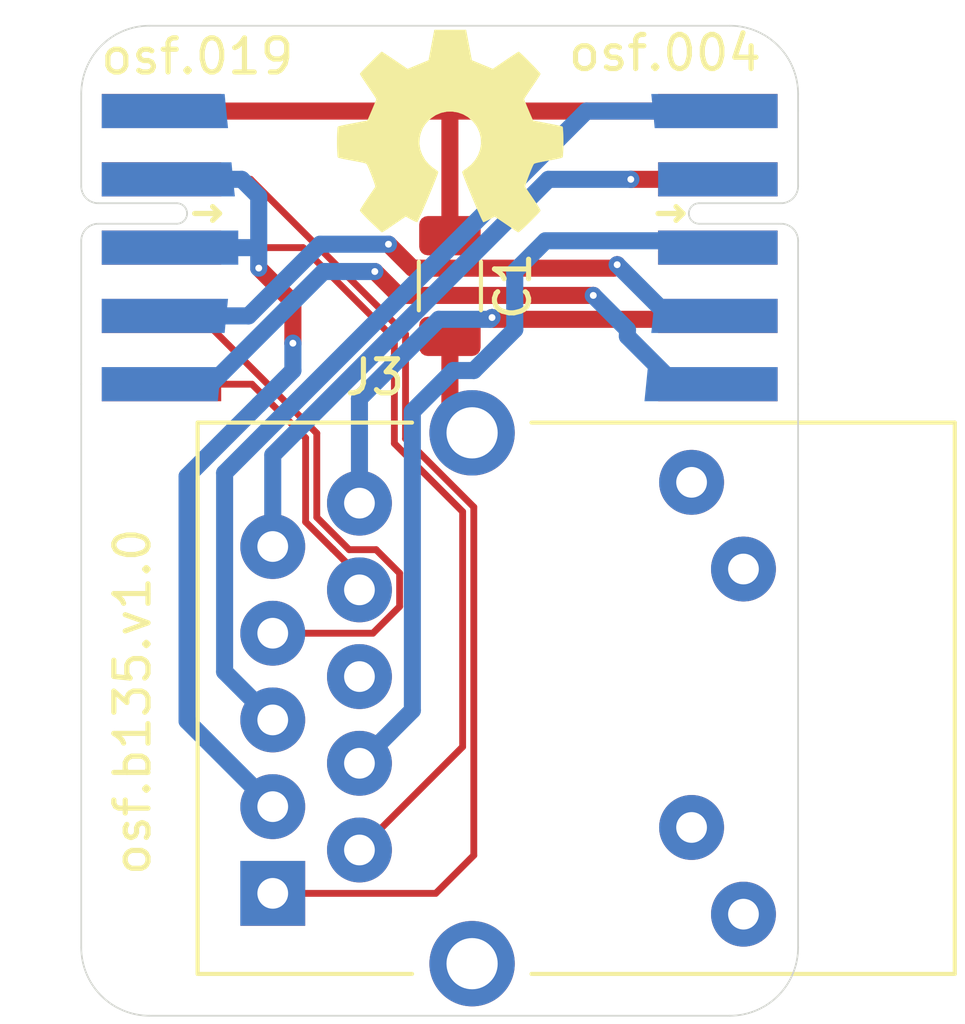
<source format=kicad_pcb>
(kicad_pcb (version 20221018) (generator pcbnew)
  (layers (0 "F.Cu" signal) (31 "B.Cu" signal) (34 "B.Paste" user) (35 "F.Paste" user) (36 "B.SilkS" user "B.Silkscreen") (37 "F.SilkS" user "F.Silkscreen") (38 "B.Mask" user) (39 "F.Mask" user) (44 "Edge.Cuts" user))
  (net 0 "")
  (net 1 "Net-(C1-Pad1)")
  (net 2 "/magjack/SH")
  (net 3 "/magjack/TX+")
  (net 4 "/magjack/TX-")
  (net 5 "/magjack/RX+")
  (net 6 "/magjack/RX-")
  (net 7 "/magjack/CT")
  (net 8 "Net-(J1-Pad9)")
  (net 9 "Net-(J1-Pad10)")
  (net 10 "/magjack/CT1")
  (net 11 "/magjack/CT2")
  (net 12 "/magjack/CT3")
  (net 13 "/magjack/CT4")
  (net 14 "/magjack/LED_1_A")
  (net 15 "/magjack/LED_1_C")
  (net 16 "/magjack/LED_2_A")
  (net 17 "/magjack/LED_2_C")
  (footprint "on_edge:on_edge_2x05_device" (layer "F.Cu") (at 140 96.5 -90)
    (fp_text reference "J1")
    (fp_text value "019_100BASE-T_with_CT")
    (fp_line (start -1.2 -3.85) (end -1 -4.05) (stroke (width 0.153)) (layer "F.SilkS"))
    (fp_line (start -1 -4.05) (end -1 -3.323) (stroke (width 0.153)) (layer "F.SilkS"))
    (fp_line (start -1 -4.05) (end -0.8 -3.85) (stroke (width 0.153)) (layer "F.SilkS"))
    (fp_line (start -4 0) (end -1.8 0) (stroke (width 0.05)) (layer "Edge.Cuts"))
    (fp_line (start -1.3 -2.8) (end -1.3 -0.5) (stroke (width 0.05)) (layer "Edge.Cuts"))
    (fp_line (start -0.7 -0.5) (end -0.7 -2.8) (stroke (width 0.05)) (layer "Edge.Cuts"))
    (fp_line (start -0.2 0) (end 4 0) (stroke (width 0.05)) (layer "Edge.Cuts"))
    (fp_arc (start -1.3 -2.8) (mid -1 -3.1) (end -0.7 -2.8) (stroke (width 0.05)) (layer "Edge.Cuts"))
    (fp_arc (start -1.3 -0.5) (mid -1.446447 -0.146447) (end -1.8 0) (stroke (width 0.05)) (layer "Edge.Cuts"))
    (fp_arc (start -0.2 0) (mid -0.553553 -0.146447) (end -0.7 -0.5) (stroke (width 0.05)) (layer "Edge.Cuts"))
    (pad "1" smd rect (at -4 -2.35 90) (size 1 3.5) (layers "F.Cu" "F.Mask") (net 1 "Net-(C1-Pad1)"))
    (pad "2" smd rect (at -2 -2.35 270) (size 1 3.5) (layers "F.Cu" "F.Mask") (net 3 "/magjack/TX+"))
    (pad "3" smd rect (at 0 -2.35 270) (size 1 3.5) (layers "F.Cu" "F.Mask") (net 4 "/magjack/TX-"))
    (pad "4" smd rect (at 2 -2.35 90) (size 1 3.5) (layers "F.Cu" "F.Mask") (net 5 "/magjack/RX+"))
    (pad "5" smd rect (at 4 -2.35 90) (size 1 3.5) (layers "F.Cu" "F.Mask") (net 6 "/magjack/RX-"))
    (pad "6" smd custom (at -4 -2.4 270) (size 1 3.6) (layers "B.Cu" "B.Mask") (net 1 "Net-(C1-Pad1)") (options (clearance outline) (anchor rect)) (primitives (gr_poly (pts (xy 0.5 -1.8) (xy 0.5 -1.9) (xy -0.5 -1.8)) (width 0) (fill yes))))
    (pad "7" smd custom (at -2 -2.1 270) (size 1 3) (layers "B.Cu" "B.Mask") (net 7 "/magjack/CT") (options (clearance outline) (anchor rect)) (primitives (gr_poly (pts (xy 0.3 -0.51) (xy 0.31 -0.62) (xy 0.33 -0.7) (xy 0.35 -0.76) (xy 0.37 -0.81) (xy 0.4 -0.86) (xy 0.44 -0.92) (xy 0.48 -0.97) (xy 0.5 -0.99) (xy 0.5 -2.4) (xy -0.5 -2.3) (xy -0.5 1.5) (xy 0.3 1.5)) (width 0) (fill yes))))
    (pad "8" smd rect (at 0 -2.6 270) (size 1 4) (layers "B.Cu" "B.Mask") (net 7 "/magjack/CT"))
    (pad "9" smd custom (at 2 -2.4 270) (size 1 3.6) (layers "B.Cu" "B.Mask") (net 8 "Net-(J1-Pad9)") (options (clearance outline) (anchor rect)) (primitives (gr_poly (pts (xy -0.5 -1.8) (xy -0.5 -1.9) (xy 0.5 -1.8)) (width 0) (fill yes))))
    (pad "10" smd custom (at 4 -2.3 270) (size 1 3.4) (layers "B.Cu" "B.Mask") (net 9 "Net-(J1-Pad10)") (options (clearance outline) (anchor rect)) (primitives (gr_poly (pts (xy -0.5 -1.7) (xy -0.5 -1.8) (xy 0.5 -1.7)) (width 0) (fill yes))))
  )
  (footprint "on_edge:on_edge_2x05_host" (layer "F.Cu") (at 161 96.5 -90)
    (fp_text reference "J2")
    (fp_text value "004_BASE-T_CT")
    (fp_line (start -1 3.373) (end -1.2 3.573) (stroke (width 0.153)) (layer "F.SilkS"))
    (fp_line (start -1 4.1) (end -1 3.373) (stroke (width 0.153)) (layer "F.SilkS"))
    (fp_line (start -0.8 3.573) (end -1 3.373) (stroke (width 0.153)) (layer "F.SilkS"))
    (fp_line (start -4 0) (end -1.8 0) (stroke (width 0.05)) (layer "Edge.Cuts"))
    (fp_line (start -1.3 0.5) (end -1.3 2.9) (stroke (width 0.05)) (layer "Edge.Cuts"))
    (fp_line (start -0.7 2.9) (end -0.7 0.5) (stroke (width 0.05)) (layer "Edge.Cuts"))
    (fp_line (start -0.2 0) (end 4 0) (stroke (width 0.05)) (layer "Edge.Cuts"))
    (fp_arc (start -1.8 0) (mid -1.446447 0.146447) (end -1.3 0.5) (stroke (width 0.05)) (layer "Edge.Cuts"))
    (fp_arc (start -0.7 0.5) (mid -0.553553 0.146447) (end -0.2 0) (stroke (width 0.05)) (layer "Edge.Cuts"))
    (fp_arc (start -0.7 2.9) (mid -1 3.2) (end -1.3 2.9) (stroke (width 0.05)) (layer "Edge.Cuts"))
    (pad "1" smd rect (at -4 2.35 270) (size 1 3.5) (layers "F.Cu" "F.Mask") (net 1 "Net-(C1-Pad1)"))
    (pad "2" smd rect (at -2 2.35 270) (size 1 3.5) (layers "F.Cu" "F.Mask") (net 10 "/magjack/CT1"))
    (pad "3" smd rect (at 0 2.35 270) (size 1 3.5) (layers "F.Cu" "F.Mask"))
    (pad "4" smd rect (at 2 2.35 270) (size 1 3.5) (layers "F.Cu" "F.Mask") (net 11 "/magjack/CT2"))
    (pad "5" smd rect (at 4 2.35 270) (size 1 3.5) (layers "F.Cu" "F.Mask"))
    (pad "6" smd custom (at -4 2.4 90) (size 1 3.6) (layers "B.Cu" "B.Mask") (net 12 "/magjack/CT3") (options (clearance outline) (anchor rect)) (primitives (gr_poly (pts (xy 0.5 -1.8) (xy -0.5 -1.8) (xy 0.5 -1.9)) (width 0) (fill yes))))
    (pad "7" smd rect (at -2 2.35 90) (size 1 3.5) (layers "B.Cu" "B.Mask"))
    (pad "8" smd rect (at 0 2.35 90) (size 1 3.5) (layers "B.Cu" "B.Mask") (net 13 "/magjack/CT4"))
    (pad "9" smd custom (at 2 2.4 90) (size 1 3.6) (layers "B.Cu" "B.Mask") (net 8 "Net-(J1-Pad9)") (options (clearance outline) (anchor rect)) (primitives (gr_poly (pts (xy 0.5 -1.8) (xy -0.5 -1.8) (xy -0.5 -1.9)) (width 0) (fill yes))))
    (pad "10" smd custom (at 4 2.5 90) (size 1 3.8) (layers "B.Cu" "B.Mask") (net 9 "Net-(J1-Pad10)") (options (clearance outline) (anchor rect)) (primitives (gr_poly (pts (xy 0.5 -1.9) (xy -0.5 -1.9) (xy -0.5 -2)) (width 0) (fill yes))))
  )
  (footprint "Symbol:OSHW-Symbol_6.7x6mm_SilkScreen" (layer "F.Cu") (at 150.8 93.1)
    (fp_text reference "LOGO1" hide)
    (fp_text value "Logo_Open_Hardware_Small" hide)
    (fp_poly (pts (xy 0.555814 -2.531069) (xy 0.639635 -2.086445) (xy 0.94892 -1.958947) (xy 1.258206 -1.831449) (xy 1.629246 -2.083754) (xy 1.733157 -2.154004) (xy 1.827087 -2.216728) (xy 1.906652 -2.269062) (xy 1.96747 -2.308143) (xy 2.005157 -2.331107) (xy 2.015421 -2.336058) (xy 2.03391 -2.323324) (xy 2.07342 -2.288118) (xy 2.129522 -2.234938) (xy 2.197787 -2.168282) (xy 2.273786 -2.092646) (xy 2.353092 -2.012528) (xy 2.431275 -1.932426) (xy 2.503907 -1.856836) (xy 2.566559 -1.790255) (xy 2.614803 -1.737182) (xy 2.64421 -1.702113) (xy 2.651241 -1.690377) (xy 2.641123 -1.66874) (xy 2.612759 -1.621338) (xy 2.569129 -1.552807) (xy 2.513218 -1.467785) (xy 2.448006 -1.370907) (xy 2.410219 -1.31565) (xy 2.341343 -1.214752) (xy 2.28014 -1.123701) (xy 2.229578 -1.04703) (xy 2.192628 -0.989272) (xy 2.172258 -0.954957) (xy 2.169197 -0.947746) (xy 2.176136 -0.927252) (xy 2.195051 -0.879487) (xy 2.223087 -0.811168) (xy 2.257391 -0.729011) (xy 2.295109 -0.63973) (xy 2.333387 -0.550042) (xy 2.36937 -0.466662) (xy 2.400206 -0.396306) (xy 2.423039 -0.34569) (xy 2.435017 -0.321529) (xy 2.435724 -0.320578) (xy 2.454531 -0.315964) (xy 2.504618 -0.305672) (xy 2.580793 -0.290713) (xy 2.677865 -0.272099) (xy 2.790643 -0.250841) (xy 2.856442 -0.238582) (xy 2.97695 -0.215638) (xy 3.085797 -0.193805) (xy 3.177476 -0.174278) (xy 3.246481 -0.158252) (xy 3.287304 -0.146921) (xy 3.295511 -0.143326) (xy 3.303548 -0.118994) (xy 3.310033 -0.064041) (xy 3.31497 0.015108) (xy 3.318364 0.112026) (xy 3.320218 0.220287) (xy 3.320538 0.333465) (xy 3.319327 0.445135) (xy 3.31659 0.548868) (xy 3.312331 0.638241) (xy 3.306555 0.706826) (xy 3.299267 0.748197) (xy 3.294895 0.75681) (xy 3.268764 0.767133) (xy 3.213393 0.781892) (xy 3.136107 0.799352) (xy 3.04423 0.81778) (xy 3.012158 0.823741) (xy 2.857524 0.852066) (xy 2.735375 0.874876) (xy 2.641673 0.89308) (xy 2.572384 0.907583) (xy 2.523471 0.919292) (xy 2.490897 0.929115) (xy 2.470628 0.937956) (xy 2.458626 0.946724) (xy 2.456947 0.948457) (xy 2.440184 0.976371) (xy 2.414614 1.030695) (xy 2.382788 1.104777) (xy 2.34726 1.191965) (xy 2.310583 1.285608) (xy 2.275311 1.379052) (xy 2.243996 1.465647) (xy 2.219193 1.53874) (xy 2.203454 1.591678) (xy 2.199332 1.617811) (xy 2.199676 1.618726) (xy 2.213641 1.640086) (xy 2.245322 1.687084) (xy 2.291391 1.754827) (xy 2.348518 1.838423) (xy 2.413373 1.932982) (xy 2.431843 1.959854) (xy 2.497699 2.057275) (xy 2.55565 2.146163) (xy 2.602538 2.221412) (xy 2.635207 2.27792) (xy 2.6505 2.310581) (xy 2.651241 2.314593) (xy 2.638392 2.335684) (xy 2.602888 2.377464) (xy 2.549293 2.435445) (xy 2.482171 2.505135) (xy 2.406087 2.582045) (xy 2.325604 2.661683) (xy 2.245287 2.739561) (xy 2.169699 2.811186) (xy 2.103405 2.87207) (xy 2.050969 2.917721) (xy 2.016955 2.94365) (xy 2.007545 2.947883) (xy 1.985643 2.937912) (xy 1.9408 2.91102) (xy 1.880321 2.871736) (xy 1.833789 2.840117) (xy 1.749475 2.782098) (xy 1.649626 2.713784) (xy 1.549473 2.645579) (xy 1.495627 2.609075) (xy 1.313371 2.4858) (xy 1.160381 2.56852) (xy 1.090682 2.604759) (xy 1.031414 2.632926) (xy 0.991311 2.648991) (xy 0.981103 2.651226) (xy 0.968829 2.634722) (xy 0.944613 2.588082) (xy 0.910263 2.515609) (xy 0.867588 2.421606) (xy 0.818394 2.310374) (xy 0.76449 2.186215) (xy 0.707684 2.053432) (xy 0.649782 1.916327) (xy 0.592593 1.779202) (xy 0.537924 1.646358) (xy 0.487584 1.522098) (xy 0.44338 1.410725) (xy 0.407119 1.316539) (xy 0.380609 1.243844) (xy 0.365658 1.196941) (xy 0.363254 1.180833) (xy 0.382311 1.160286) (xy 0.424036 1.126933) (xy 0.479706 1.087702) (xy 0.484378 1.084599) (xy 0.628264 0.969423) (xy 0.744283 0.835053) (xy 0.83143 0.685784) (xy 0.888699 0.525913) (xy 0.915086 0.359737) (xy 0.909585 0.191552) (xy 0.87119 0.025655) (xy 0.798895 -0.133658) (xy 0.777626 -0.168513) (xy 0.666996 -0.309263) (xy 0.536302 -0.422286) (xy 0.390064 -0.506997) (xy 0.232808 -0.562806) (xy 0.069057 -0.589126) (xy -0.096667 -0.58537) (xy -0.259838 -0.55095) (xy -0.415935 -0.485277) (xy -0.560433 -0.387765) (xy -0.605131 -0.348187) (xy -0.718888 -0.224297) (xy -0.801782 -0.093876) (xy -0.858644 0.052315) (xy -0.890313 0.197088) (xy -0.898131 0.35986) (xy -0.872062 0.52344) (xy -0.814755 0.682298) (xy -0.728856 0.830906) (xy -0.617014 0.963735) (xy -0.481877 1.075256) (xy -0.464117 1.087011) (xy -0.40785 1.125508) (xy -0.365077 1.158863) (xy -0.344628 1.18016) (xy -0.344331 1.180833) (xy -0.348721 1.203871) (xy -0.366124 1.256157) (xy -0.394732 1.33339) (xy -0.432735 1.431268) (xy -0.478326 1.545491) (xy -0.529697 1.671758) (xy -0.585038 1.805767) (xy -0.642542 1.943218) (xy -0.700399 2.079808) (xy -0.756802 2.211237) (xy -0.809942 2.333205) (xy -0.85801 2.441409) (xy -0.899199 2.531549) (xy -0.931699 2.599323) (xy -0.953703 2.64043) (xy -0.962564 2.651226) (xy -0.98964 2.642819) (xy -1.040303 2.620272) (xy -1.105817 2.587613) (xy -1.141841 2.56852) (xy -1.294832 2.4858) (xy -1.477088 2.609075) (xy -1.570125 2.672228) (xy -1.671985 2.741727) (xy -1.767438 2.807165) (xy -1.81525 2.840117) (xy -1.882495 2.885273) (xy -1.939436 2.921057) (xy -1.978646 2.942938) (xy -1.991381 2.947563) (xy -2.009917 2.935085) (xy -2.050941 2.900252) (xy -2.110475 2.846678) (xy -2.184542 2.777983) (xy -2.269165 2.697781) (xy -2.322685 2.646286) (xy -2.416319 2.554286) (xy -2.497241 2.471999) (xy -2.562177 2.402945) (xy -2.607858 2.350644) (xy -2.631011 2.318616) (xy -2.633232 2.312116) (xy -2.622924 2.287394) (xy -2.594439 2.237405) (xy -2.550937 2.167212) (xy -2.495577 2.081875) (xy -2.43152 1.986456) (xy -2.413303 1.959854) (xy -2.346927 1.863167) (xy -2.287378 1.776117) (xy -2.237984 1.703595) (xy -2.202075 1.650493) (xy -2.182981 1.621703) (xy -2.181136 1.618726) (xy -2.183895 1.595782) (xy -2.198538 1.545336) (xy -2.222513 1.474041) (xy -2.253266 1.388547) (xy -2.288244 1.295507) (xy -2.324893 1.201574) (xy -2.360661 1.113399) (xy -2.392994 1.037634) (xy -2.419338 0.980931) (xy -2.437142 0.949943) (xy -2.438407 0.948457) (xy -2.449294 0.939601) (xy -2.467682 0.930843) (xy -2.497606 0.921277) (xy -2.543103 0.909996) (xy -2.608209 0.896093) (xy -2.696961 0.878663) (xy -2.813393 0.856798) (xy -2.961542 0.829591) (xy -2.993618 0.823741) (xy -3.088686 0.805374) (xy -3.171565 0.787405) (xy -3.23493 0.771569) (xy -3.271458 0.7596) (xy -3.276356 0.75681) (xy -3.284427 0.732072) (xy -3.290987 0.67679) (xy -3.296033 0.597389) (xy -3.299559 0.500296) (xy -3.301561 0.391938) (xy -3.302036 0.27874) (xy -3.300977 0.167128) (xy -3.298382 0.063529) (xy -3.294246 -0.025632) (xy -3.288563 -0.093928) (xy -3.281331 -0.134934) (xy -3.276971 -0.143326) (xy -3.252698 -0.151792) (xy -3.197426 -0.165565) (xy -3.116662 -0.18345) (xy -3.015912 -0.204252) (xy -2.900683 -0.226777) (xy -2.837902 -0.238582) (xy -2.718787 -0.260849) (xy -2.612565 -0.281021) (xy -2.524427 -0.298085) (xy -2.459566 -0.311031) (xy -2.423174 -0.318845) (xy -2.417184 -0.320578) (xy -2.407061 -0.34011) (xy -2.385662 -0.387157) (xy -2.355839 -0.454997) (xy -2.320445 -0.536909) (xy -2.282332 -0.626172) (xy -2.244353 -0.716065) (xy -2.20936 -0.799865) (xy -2.180206 -0.870853) (xy -2.159743 -0.922306) (xy -2.150823 -0.947503) (xy -2.150657 -0.948604) (xy -2.160769 -0.968481) (xy -2.189117 -1.014223) (xy -2.232723 -1.081283) (xy -2.288606 -1.165116) (xy -2.353787 -1.261174) (xy -2.391679 -1.31635) (xy -2.460725 -1.417519) (xy -2.52205 -1.50937) (xy -2.572663 -1.587256) (xy -2.609571 -1.646531) (xy -2.629782 -1.682549) (xy -2.632701 -1.690623) (xy -2.620153 -1.709416) (xy -2.585463 -1.749543) (xy -2.533063 -1.806507) (xy -2.467384 -1.875815) (xy -2.392856 -1.952969) (xy -2.313913 -2.033475) (xy -2.234983 -2.112837) (xy -2.1605 -2.18656) (xy -2.094894 -2.250148) (xy -2.042596 -2.299106) (xy -2.008039 -2.328939) (xy -1.996478 -2.336058) (xy -1.977654 -2.326047) (xy -1.932631 -2.297922) (xy -1.865787 -2.254546) (xy -1.781499 -2.198782) (xy -1.684144 -2.133494) (xy -1.610707 -2.083754) (xy -1.239667 -1.831449) (xy -0.621095 -2.086445) (xy -0.537275 -2.531069) (xy -0.453454 -2.975693) (xy 0.471994 -2.975693) (xy 0.555814 -2.531069)) (stroke (width 0.01)) (fill solid) (layer "F.SilkS"))
  )
  (footprint "Capacitor_SMD:C_1206_3216Metric" (layer "F.Cu") (at 150.8 97.625 -90)
    (fp_text reference "C1" (at 0 -1.85 90) (layer "F.SilkS"))
    (fp_text value "d.n.p")
    (fp_line (start -0.711252 -0.91) (end 0.711252 -0.91) (stroke (width 0.12)) (layer "F.SilkS"))
    (fp_line (start -0.711252 0.91) (end 0.711252 0.91) (stroke (width 0.12)) (layer "F.SilkS"))
    (pad "1" smd roundrect (at -1.475 0 270) (size 1.15 1.8) (layers "F.Cu" "F.Paste" "F.Mask") (roundrect_rratio 0.217391) (net 1 "Net-(C1-Pad1)"))
    (pad "2" smd roundrect (at 1.475 0 270) (size 1.15 1.8) (layers "F.Cu" "F.Paste" "F.Mask") (roundrect_rratio 0.217391) (net 2 "/magjack/SH"))
  )
  (footprint "b135:LPJ4265BDNL" (layer "F.Cu") (at 145.61 115.415 90)
    (fp_text reference "J3" (at 15.115 2.99) (layer "F.SilkS"))
    (fp_text value "LPJ4265BDNL" hide)
    (fp_line (start -2.36 -2.2) (end 13.79 -2.2) (stroke (width 0.12)) (layer "F.SilkS"))
    (fp_line (start -2.36 4.08) (end -2.36 -2.2) (stroke (width 0.12)) (layer "F.SilkS"))
    (fp_line (start -2.36 19.98) (end -2.36 7.58) (stroke (width 0.12)) (layer "F.SilkS"))
    (fp_line (start 13.79 4.08) (end 13.79 -2.2) (stroke (width 0.12)) (layer "F.SilkS"))
    (fp_line (start 13.79 19.98) (end -2.36 19.98) (stroke (width 0.12)) (layer "F.SilkS"))
    (fp_line (start 13.79 19.98) (end 13.79 7.58) (stroke (width 0.12)) (layer "F.SilkS"))
    (pad "" np_thru_hole circle (at 0 8.89 90) (size 3.25 3.25) (drill 3.25) (layers "*.Cu" "*.Mask"))
    (pad "" np_thru_hole circle (at 11.43 8.89 90) (size 3.25 3.25) (drill 3.25) (layers "*.Cu" "*.Mask"))
    (pad "1" thru_hole rect (at 0 0 90) (size 1.9 1.9) (drill 0.9) (layers "*.Cu" "*.Mask") (net 3 "/magjack/TX+"))
    (pad "2" thru_hole circle (at 1.27 2.54 90) (size 1.9 1.9) (drill 0.9) (layers "*.Cu" "*.Mask") (net 4 "/magjack/TX-"))
    (pad "3" thru_hole circle (at 2.54 0 90) (size 1.9 1.9) (drill 0.9) (layers "*.Cu" "*.Mask") (net 7 "/magjack/CT"))
    (pad "4" thru_hole circle (at 3.81 2.54 90) (size 1.9 1.9) (drill 0.9) (layers "*.Cu" "*.Mask") (net 13 "/magjack/CT4"))
    (pad "5" thru_hole circle (at 5.08 0 90) (size 1.9 1.9) (drill 0.9) (layers "*.Cu" "*.Mask") (net 12 "/magjack/CT3"))
    (pad "6" thru_hole circle (at 6.35 2.54 90) (size 1.9 1.9) (drill 0.9) (layers "*.Cu" "*.Mask"))
    (pad "7" thru_hole circle (at 7.62 0 90) (size 1.9 1.9) (drill 0.9) (layers "*.Cu" "*.Mask") (net 5 "/magjack/RX+"))
    (pad "8" thru_hole circle (at 8.89 2.54 90) (size 1.9 1.9) (drill 0.9) (layers "*.Cu" "*.Mask") (net 6 "/magjack/RX-"))
    (pad "9" thru_hole circle (at 10.16 0 90) (size 1.9 1.9) (drill 0.9) (layers "*.Cu" "*.Mask") (net 10 "/magjack/CT1"))
    (pad "10" thru_hole circle (at 11.43 2.54 90) (size 1.9 1.9) (drill 0.9) (layers "*.Cu" "*.Mask") (net 11 "/magjack/CT2"))
    (pad "11" thru_hole circle (at -0.61 13.79 90) (size 1.9 1.9) (drill 0.9) (layers "*.Cu" "*.Mask") (net 14 "/magjack/LED_1_A"))
    (pad "12" thru_hole circle (at 1.93 12.27 90) (size 1.9 1.9) (drill 0.9) (layers "*.Cu" "*.Mask") (net 15 "/magjack/LED_1_C"))
    (pad "13" thru_hole circle (at 9.5 13.79 90) (size 1.9 1.9) (drill 0.9) (layers "*.Cu" "*.Mask") (net 16 "/magjack/LED_2_A"))
    (pad "14" thru_hole circle (at 12.04 12.27 90) (size 1.9 1.9) (drill 0.9) (layers "*.Cu" "*.Mask") (net 17 "/magjack/LED_2_C"))
    (pad "SH" thru_hole circle (at -2.06 5.84 90) (size 2.5 2.5) (drill 1.5) (layers "*.Cu" "*.Mask") (net 2 "/magjack/SH"))
    (pad "SH" thru_hole circle (at 13.49 5.84 90) (size 2.5 2.5) (drill 1.5) (layers "*.Cu" "*.Mask") (net 2 "/magjack/SH"))
  )
  (gr_line (start 142 90) (end 159 90) (stroke (width 0.05)) (layer "Edge.Cuts"))
  (gr_arc (start 161 117) (mid 160.414214 118.414214) (end 159 119) (stroke (width 0.05)) (layer "Edge.Cuts"))
  (gr_line (start 159 119) (end 142 119) (stroke (width 0.05)) (layer "Edge.Cuts"))
  (gr_line (start 161 100.5) (end 161 117) (stroke (width 0.05)) (layer "Edge.Cuts"))
  (gr_arc (start 159 90) (mid 160.414214 90.585786) (end 161 92) (stroke (width 0.05)) (layer "Edge.Cuts"))
  (gr_line (start 140 92) (end 140 92.5) (stroke (width 0.05)) (layer "Edge.Cuts"))
  (gr_arc (start 142 119) (mid 140.585786 118.414214) (end 140 117) (stroke (width 0.05)) (layer "Edge.Cuts"))
  (gr_line (start 140 100.5) (end 140 117) (stroke (width 0.05)) (layer "Edge.Cuts"))
  (gr_line (start 161 92.5) (end 161 92) (stroke (width 0.05)) (layer "Edge.Cuts"))
  (gr_arc (start 140 92) (mid 140.585786 90.585786) (end 142 90) (stroke (width 0.05)) (layer "Edge.Cuts"))
  (gr_text "osf.004" (at 157.1 90.8) (layer "F.SilkS") (effects (font (size 1 1))))
  (gr_text "osf.019" (at 143.4 90.9) (layer "F.SilkS") (effects (font (size 1 1))))
  (gr_text "osf.b135.v1.0" (at 141.5 109.8 90) (layer "F.SilkS") (effects (font (size 1 1))))
  (segment (start 150.8 96.15) (end 150.8 92.6) (width 0.5) (layer "F.Cu") (net 1))
  (segment (start 142.35 92.5) (end 150.9 92.5) (width 0.5) (layer "F.Cu") (net 1))
  (segment (start 150.8 92.6) (end 150.9 92.5) (width 0.5) (layer "F.Cu") (net 1))
  (segment (start 150.9 92.5) (end 158.65 92.5) (width 0.5) (layer "F.Cu") (net 1))
  (segment (start 150.8 101.275) (end 151.45 101.925) (width 0.5) (layer "F.Cu") (net 2))
  (segment (start 150.8 99.1) (end 150.8 101.275) (width 0.5) (layer "F.Cu") (net 2))
  (segment (start 151.5 114.3) (end 150.385 115.415) (width 0.2) (layer "F.Cu") (net 3))
  (segment (start 149.5 102.1) (end 151.5 104.1) (width 0.2) (layer "F.Cu") (net 3))
  (segment (start 149.5 99.037552) (end 149.5 102.1) (width 0.2) (layer "F.Cu") (net 3))
  (segment (start 151.5 104.1) (end 151.5 114.3) (width 0.2) (layer "F.Cu") (net 3))
  (segment (start 144.962448 94.5) (end 149.5 99.037552) (width 0.2) (layer "F.Cu") (net 3))
  (segment (start 150.385 115.415) (end 145.61 115.415) (width 0.2) (layer "F.Cu") (net 3))
  (segment (start 142.35 94.5) (end 144.962448 94.5) (width 0.2) (layer "F.Cu") (net 3))
  (segment (start 151.173 111.122) (end 151.173 104.235448) (width 0.2) (layer "F.Cu") (net 4))
  (segment (start 151.173 104.235448) (end 149.173 102.235448) (width 0.2) (layer "F.Cu") (net 4))
  (segment (start 149.173 102.235448) (end 149.173 99.173) (width 0.2) (layer "F.Cu") (net 4))
  (segment (start 148.15 114.145) (end 151.173 111.122) (width 0.2) (layer "F.Cu") (net 4))
  (segment (start 146.5 96.5) (end 142.35 96.5) (width 0.2) (layer "F.Cu") (net 4))
  (segment (start 149.173 99.173) (end 146.5 96.5) (width 0.2) (layer "F.Cu") (net 4))
  (segment (start 146.90047 101.938022) (end 146.90047 104.4) (width 0.2) (layer "F.Cu") (net 5))
  (segment (start 142.35 98.5) (end 143.462448 98.5) (width 0.2) (layer "F.Cu") (net 5))
  (segment (start 148.63753 105.348) (end 149.327 106.03747) (width 0.2) (layer "F.Cu") (net 5))
  (segment (start 148.54453 107.795) (end 145.61 107.795) (width 0.2) (layer "F.Cu") (net 5))
  (segment (start 143.462448 98.5) (end 146.90047 101.938022) (width 0.2) (layer "F.Cu") (net 5))
  (segment (start 146.90047 104.4) (end 147.84847 105.348) (width 0.2) (layer "F.Cu") (net 5))
  (segment (start 149.327 106.03747) (end 149.327 107.01253) (width 0.2) (layer "F.Cu") (net 5))
  (segment (start 147.84847 105.348) (end 148.63753 105.348) (width 0.2) (layer "F.Cu") (net 5))
  (segment (start 149.327 107.01253) (end 148.54453 107.795) (width 0.2) (layer "F.Cu") (net 5))
  (segment (start 148.15 106.525) (end 148.15 106.111978) (width 0.2) (layer "F.Cu") (net 6))
  (segment (start 147.368541 105.330989) (end 146.573 104.535448) (width 0.2) (layer "F.Cu") (net 6))
  (segment (start 147.369011 105.330989) (end 147.368541 105.330989) (width 0.2) (layer "F.Cu") (net 6))
  (segment (start 145 100.5) (end 142.35 100.5) (width 0.2) (layer "F.Cu") (net 6))
  (segment (start 146.573 104.535448) (end 146.573 102.073) (width 0.2) (layer "F.Cu") (net 6))
  (segment (start 148.15 106.111978) (end 147.369011 105.330989) (width 0.2) (layer "F.Cu") (net 6))
  (segment (start 146.573 102.073) (end 145 100.5) (width 0.2) (layer "F.Cu") (net 6))
  (segment (start 146.2 99.3) (end 146.2 98.1) (width 0.5) (layer "F.Cu") (net 7))
  (segment (start 146.2 98.1) (end 145.2 97.1) (width 0.5) (layer "F.Cu") (net 7))
  (via (at 146.2 99.3) (size 0.5) (drill 0.2) (layers "F.Cu" "B.Cu") (net 7))
  (via (at 145.2 97.1) (size 0.5) (drill 0.2) (layers "F.Cu" "B.Cu") (net 7))
  (segment (start 145.1 96.5) (end 145.2 96.6) (width 0.5) (layer "B.Cu") (net 7))
  (segment (start 146.2 100.1) (end 146.2 99.3) (width 0.5) (layer "B.Cu") (net 7))
  (segment (start 145.2 97.1) (end 145.2 96.6) (width 0.5) (layer "B.Cu") (net 7))
  (segment (start 145.2 95) (end 145.2 96.6) (width 0.5) (layer "B.Cu") (net 7))
  (segment (start 145.2 101.1) (end 143.1 103.2) (width 0.5) (layer "B.Cu") (net 7))
  (segment (start 142.6 96.5) (end 145.1 96.5) (width 0.5) (layer "B.Cu") (net 7))
  (segment (start 143.1 103.2) (end 143.1 110.365) (width 0.5) (layer "B.Cu") (net 7))
  (segment (start 145.2 101.1) (end 146.2 100.1) (width 0.5) (layer "B.Cu") (net 7))
  (segment (start 143.1 110.365) (end 145.61 112.875) (width 0.5) (layer "B.Cu") (net 7))
  (segment (start 144.7 94.5) (end 145.2 95) (width 0.5) (layer "B.Cu") (net 7))
  (segment (start 142.1 94.5) (end 144.7 94.5) (width 0.5) (layer "B.Cu") (net 7))
  (segment (start 155.598 97.102) (end 151.6 97.102) (width 0.5) (layer "F.Cu") (net 8))
  (segment (start 151.6 97.102) (end 149.702 97.102) (width 0.5) (layer "F.Cu") (net 8))
  (segment (start 149.702 97.102) (end 149 96.4) (width 0.5) (layer "F.Cu") (net 8))
  (segment (start 155.7 97) (end 155.598 97.102) (width 0.5) (layer "F.Cu") (net 8))
  (via (at 149 96.4) (size 0.5) (drill 0.2) (layers "F.Cu" "B.Cu") (net 8))
  (via (at 155.7 97) (size 0.5) (drill 0.2) (layers "F.Cu" "B.Cu") (net 8))
  (segment (start 147 96.4) (end 144.9 98.5) (width 0.5) (layer "B.Cu") (net 8))
  (segment (start 157.2 98.5) (end 155.7 97) (width 0.5) (layer "B.Cu") (net 8))
  (segment (start 149 96.4) (end 147 96.4) (width 0.5) (layer "B.Cu") (net 8))
  (segment (start 158.6 98.5) (end 157.2 98.5) (width 0.5) (layer "B.Cu") (net 8))
  (segment (start 144.9 98.5) (end 142.4 98.5) (width 0.5) (layer "B.Cu") (net 8))
  (segment (start 149.3 97.9) (end 150.2 97.9) (width 0.5) (layer "F.Cu") (net 9))
  (segment (start 150.2 97.9) (end 155 97.9) (width 0.5) (layer "F.Cu") (net 9))
  (segment (start 148.6 97.2) (end 149.3 97.9) (width 0.5) (layer "F.Cu") (net 9))
  (via (at 148.6 97.2) (size 0.5) (drill 0.2) (layers "F.Cu" "B.Cu") (net 9))
  (via (at 155 97.9) (size 0.5) (drill 0.2) (layers "F.Cu" "B.Cu") (net 9))
  (segment (start 156 99.1) (end 157.4 100.5) (width 0.5) (layer "B.Cu") (net 9))
  (segment (start 143.8 100.5) (end 146 98.3) (width 0.5) (layer "B.Cu") (net 9))
  (segment (start 156 98.9) (end 156 99.1) (width 0.5) (layer "B.Cu") (net 9))
  (segment (start 155 97.9) (end 156 98.9) (width 0.5) (layer "B.Cu") (net 9))
  (segment (start 146 98.3) (end 147.1 97.2) (width 0.5) (layer "B.Cu") (net 9))
  (segment (start 147.1 97.2) (end 148.6 97.2) (width 0.5) (layer "B.Cu") (net 9))
  (segment (start 157.4 100.5) (end 158.5 100.5) (width 0.5) (layer "B.Cu") (net 9))
  (segment (start 142.3 100.5) (end 143.8 100.5) (width 0.5) (layer "B.Cu") (net 9))
  (segment (start 156.1 94.5) (end 158.65 94.5) (width 0.5) (layer "F.Cu") (net 10))
  (via (at 156.1 94.5) (size 0.5) (drill 0.2) (layers "F.Cu" "B.Cu") (net 10))
  (segment (start 145.61 105.255) (end 145.61 102.576712) (width 0.5) (layer "B.Cu") (net 10))
  (segment (start 145.61 102.576712) (end 153.686712 94.5) (width 0.5) (layer "B.Cu") (net 10))
  (segment (start 153.686712 94.5) (end 156.1 94.5) (width 0.5) (layer "B.Cu") (net 10))
  (segment (start 152.085974 98.6) (end 158.55 98.6) (width 0.5) (layer "F.Cu") (net 11))
  (segment (start 158.55 98.6) (end 158.65 98.5) (width 0.5) (layer "F.Cu") (net 11))
  (segment (start 152.033901 98.547927) (end 152.085974 98.6) (width 0.5) (layer "F.Cu") (net 11))
  (via (at 152.033901 98.547927) (size 0.5) (drill 0.2) (layers "F.Cu" "B.Cu") (net 11))
  (segment (start 151.981828 98.6) (end 150.473424 98.6) (width 0.5) (layer "B.Cu") (net 11))
  (segment (start 150.473424 98.6) (end 148.15 100.923424) (width 0.5) (layer "B.Cu") (net 11))
  (segment (start 152.033901 98.547927) (end 151.981828 98.6) (width 0.5) (layer "B.Cu") (net 11))
  (segment (start 148.15 100.923424) (end 148.15 103.985) (width 0.5) (layer "B.Cu") (net 11))
  (segment (start 154.8 92.5) (end 158.6 92.5) (width 0.5) (layer "B.Cu") (net 12))
  (segment (start 145.61 110.335) (end 144.2 108.925) (width 0.5) (layer "B.Cu") (net 12))
  (segment (start 144.2 103.1) (end 154.8 92.5) (width 0.5) (layer "B.Cu") (net 12))
  (segment (start 144.2 108.925) (end 144.2 103.1) (width 0.5) (layer "B.Cu") (net 12))
  (segment (start 149.7 110.055) (end 149.7 101.3) (width 0.5) (layer "B.Cu") (net 13))
  (segment (start 150.9 100.1) (end 151.5 100.1) (width 0.5) (layer "B.Cu") (net 13))
  (segment (start 152.7 97.2) (end 153.6 96.3) (width 0.5) (layer "B.Cu") (net 13))
  (segment (start 148.15 111.605) (end 149.7 110.055) (width 0.5) (layer "B.Cu") (net 13))
  (segment (start 151.5 100.1) (end 152.7 98.9) (width 0.5) (layer "B.Cu") (net 13))
  (segment (start 158.45 96.3) (end 158.65 96.5) (width 0.5) (layer "B.Cu") (net 13))
  (segment (start 149.7 101.3) (end 150.9 100.1) (width 0.5) (layer "B.Cu") (net 13))
  (segment (start 153.6 96.3) (end 158.45 96.3) (width 0.5) (layer "B.Cu") (net 13))
  (segment (start 152.7 98.9) (end 152.7 97.2) (width 0.5) (layer "B.Cu") (net 13))
)
</source>
